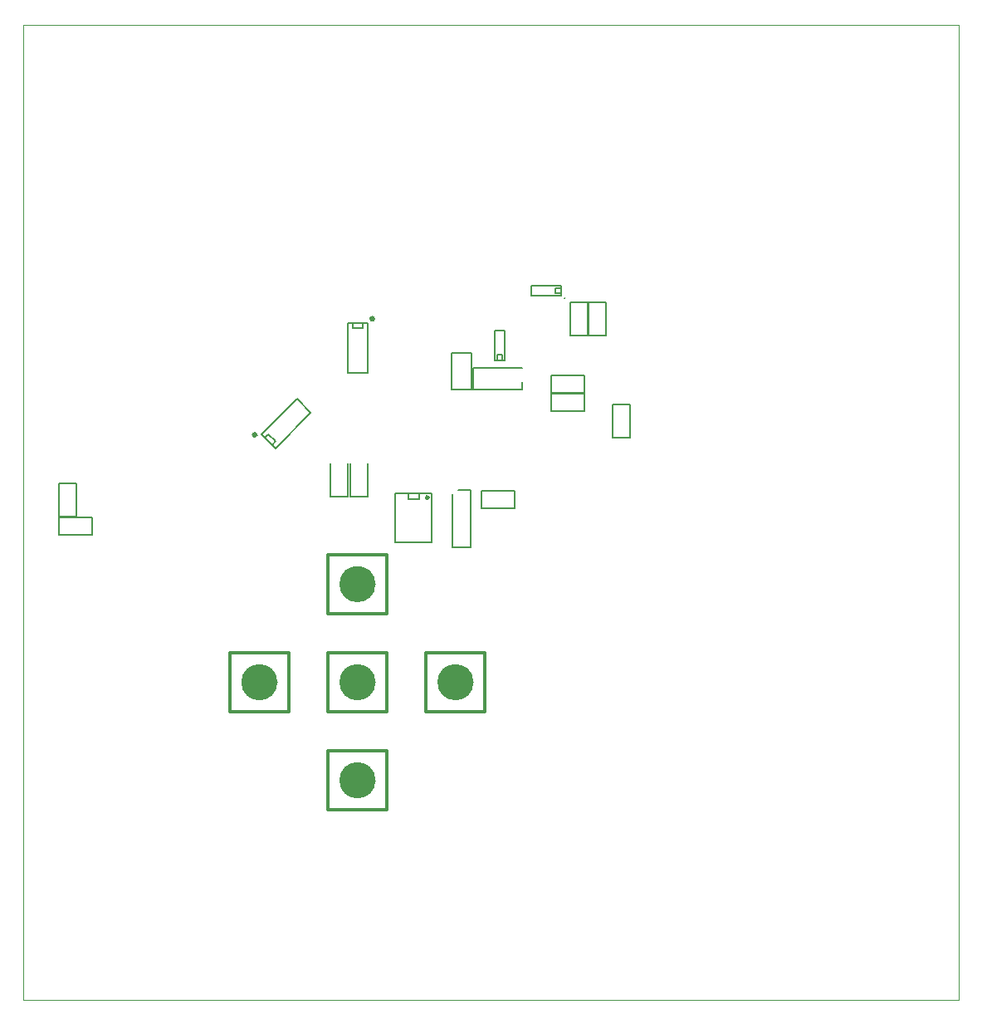
<source format=gbr>
%FSLAX34Y34*%
%MOMM*%
%LNSILK_BOTTOM*%
G71*
G01*
%ADD10C, 0.002*%
%ADD11C, 0.150*%
%ADD12C, 0.300*%
%ADD13C, 0.000*%
%ADD14C, 0.200*%
%ADD15C, 0.100*%
%LPD*%
G54D10*
X0Y1000000D02*
X954000Y1000000D01*
X954000Y6000D01*
X0Y6000D01*
X0Y1000000D01*
G54D11*
X491146Y657780D02*
X480447Y657780D01*
X480446Y687980D01*
X491146Y687980D01*
X491146Y657780D01*
G54D11*
X488347Y657780D02*
X483246Y657780D01*
X483246Y663380D01*
X488346Y663380D01*
X488347Y657780D01*
G54D11*
X508986Y635296D02*
X508986Y627583D01*
X458986Y627583D01*
X458986Y649583D01*
X508986Y649583D01*
G54D11*
X457075Y627580D02*
X437075Y627580D01*
X437075Y665580D01*
X457075Y665580D01*
X457075Y627580D01*
G54D11*
X416803Y472422D02*
X416803Y522422D01*
X378803Y522422D01*
X378803Y472422D01*
X416803Y472422D01*
G54D11*
X403303Y515822D02*
X403302Y522422D01*
X392303Y522423D01*
X392303Y515822D01*
X403303Y515822D01*
G54D12*
G75*
G01X412800Y517849D02*
G03X412800Y517849I-1000J0D01*
G01*
G36*
G75*
G01X412800Y517849D02*
G03X412800Y517849I-1000J0D01*
G01*
G37*
X412800Y517849D01*
G54D11*
X443724Y525651D02*
X455771Y525651D01*
X455771Y491651D01*
G54D11*
X467390Y506700D02*
X467390Y524700D01*
X501390Y524701D01*
X501390Y506700D01*
X467390Y506700D01*
G54D11*
X257055Y568018D02*
X242912Y582160D01*
X279046Y618293D01*
X293188Y604151D01*
X257055Y568018D01*
G54D11*
X253519Y571554D02*
X246448Y578624D01*
X249984Y582161D01*
X257055Y575089D01*
X253519Y571554D01*
G54D11*
X36174Y498008D02*
X36174Y480009D01*
X70175Y480008D01*
X70174Y498008D01*
X36174Y498008D01*
G54D11*
X437770Y521682D02*
X437771Y491651D01*
G54D11*
X437770Y501507D02*
X437770Y467507D01*
X455770Y467507D01*
X455771Y501507D01*
G54D11*
X593909Y683072D02*
X575909Y683072D01*
X575909Y717072D01*
X593909Y717072D01*
X593909Y683072D01*
G54D11*
X576050Y683072D02*
X558050Y683072D01*
X558050Y717072D01*
X576050Y717072D01*
X576050Y683072D01*
G54D11*
X54237Y532569D02*
X36237Y532570D01*
X36237Y498570D01*
X54237Y498569D01*
X54237Y532569D01*
G54D11*
X331218Y695888D02*
X351218Y695888D01*
X351218Y644788D01*
X331218Y644788D01*
X331218Y695888D01*
G54D11*
X336218Y695888D02*
X346218Y695888D01*
X346218Y690888D01*
X336218Y690888D01*
X336218Y695888D01*
G54D13*
G75*
G01X238390Y581802D02*
G03X238390Y581802I-2500J0D01*
G01*
G36*
G75*
G01X238390Y581802D02*
G03X238390Y581802I-2500J0D01*
G01*
G37*
X238390Y581802D01*
G54D13*
G75*
G01X358247Y700070D02*
G03X358247Y700070I-2500J0D01*
G01*
G36*
G75*
G01X358247Y700070D02*
G03X358247Y700070I-2500J0D01*
G01*
G37*
X358247Y700070D01*
G54D11*
X333096Y552986D02*
X333096Y518986D01*
X351096Y518986D01*
X351096Y552986D01*
G54D11*
X331096Y552986D02*
X331096Y518986D01*
X313096Y518986D01*
X313096Y552986D01*
G54D11*
X538144Y605624D02*
X538144Y623624D01*
X572144Y623624D01*
X572144Y605624D01*
X538144Y605624D01*
G54D11*
X548552Y723367D02*
X548552Y734066D01*
X518352Y734067D01*
X518352Y723367D01*
X548552Y723367D01*
G54D11*
X548552Y726166D02*
X548552Y731267D01*
X542952Y731267D01*
X542952Y726167D01*
X548552Y726166D01*
G54D14*
G75*
G01X552184Y721323D02*
G03X552184Y721323I-500J0D01*
G01*
G54D11*
X618561Y578588D02*
X600561Y578588D01*
X600561Y612588D01*
X618561Y612588D01*
X618561Y578588D01*
G54D11*
X538144Y624674D02*
X538144Y642674D01*
X572144Y642674D01*
X572144Y624674D01*
X538144Y624674D01*
G54D12*
X310678Y359584D02*
X370678Y359584D01*
X370678Y299584D01*
X310678Y299584D01*
X310678Y359584D01*
G54D15*
G75*
G01X358678Y329584D02*
G03X358678Y329584I-18000J0D01*
G01*
G36*
G75*
G01X358678Y329584D02*
G03X358678Y329584I-18000J0D01*
G01*
G37*
X358678Y329584D01*
G54D12*
X310678Y259584D02*
X370678Y259584D01*
X370678Y199584D01*
X310678Y199584D01*
X310678Y259584D01*
G54D15*
G75*
G01X358678Y229584D02*
G03X358678Y229584I-18000J0D01*
G01*
G36*
G75*
G01X358678Y229584D02*
G03X358678Y229584I-18000J0D01*
G01*
G37*
X358678Y229584D01*
G54D12*
X410678Y359584D02*
X470678Y359584D01*
X470678Y299584D01*
X410678Y299584D01*
X410678Y359584D01*
G54D15*
G75*
G01X458678Y329584D02*
G03X458678Y329584I-18000J0D01*
G01*
G36*
G75*
G01X458678Y329584D02*
G03X458678Y329584I-18000J0D01*
G01*
G37*
X458678Y329584D01*
G54D12*
X210678Y359584D02*
X270678Y359584D01*
X270678Y299584D01*
X210678Y299584D01*
X210678Y359584D01*
G54D15*
G75*
G01X258678Y329584D02*
G03X258678Y329584I-18000J0D01*
G01*
G36*
G75*
G01X258678Y329584D02*
G03X258678Y329584I-18000J0D01*
G01*
G37*
X258678Y329584D01*
G54D12*
X310678Y459584D02*
X370678Y459584D01*
X370678Y399584D01*
X310678Y399584D01*
X310678Y459584D01*
G54D15*
G75*
G01X358678Y429584D02*
G03X358678Y429584I-18000J0D01*
G01*
G36*
G75*
G01X358678Y429584D02*
G03X358678Y429584I-18000J0D01*
G01*
G37*
X358678Y429584D01*
M02*

</source>
